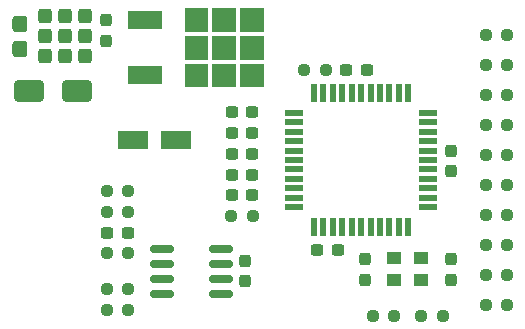
<source format=gbr>
%TF.GenerationSoftware,KiCad,Pcbnew,8.0.6*%
%TF.CreationDate,2025-03-17T21:12:52+03:00*%
%TF.ProjectId,ECU_SW_Control,4543555f-5357-45f4-936f-6e74726f6c2e,v1*%
%TF.SameCoordinates,Original*%
%TF.FileFunction,Paste,Top*%
%TF.FilePolarity,Positive*%
%FSLAX46Y46*%
G04 Gerber Fmt 4.6, Leading zero omitted, Abs format (unit mm)*
G04 Created by KiCad (PCBNEW 8.0.6) date 2025-03-17 21:12:52*
%MOMM*%
%LPD*%
G01*
G04 APERTURE LIST*
G04 Aperture macros list*
%AMRoundRect*
0 Rectangle with rounded corners*
0 $1 Rounding radius*
0 $2 $3 $4 $5 $6 $7 $8 $9 X,Y pos of 4 corners*
0 Add a 4 corners polygon primitive as box body*
4,1,4,$2,$3,$4,$5,$6,$7,$8,$9,$2,$3,0*
0 Add four circle primitives for the rounded corners*
1,1,$1+$1,$2,$3*
1,1,$1+$1,$4,$5*
1,1,$1+$1,$6,$7*
1,1,$1+$1,$8,$9*
0 Add four rect primitives between the rounded corners*
20,1,$1+$1,$2,$3,$4,$5,0*
20,1,$1+$1,$4,$5,$6,$7,0*
20,1,$1+$1,$6,$7,$8,$9,0*
20,1,$1+$1,$8,$9,$2,$3,0*%
G04 Aperture macros list end*
%ADD10C,0.100000*%
%ADD11RoundRect,0.237500X0.250000X0.237500X-0.250000X0.237500X-0.250000X-0.237500X0.250000X-0.237500X0*%
%ADD12RoundRect,0.237500X-0.237500X0.300000X-0.237500X-0.300000X0.237500X-0.300000X0.237500X0.300000X0*%
%ADD13RoundRect,0.150000X0.825000X0.150000X-0.825000X0.150000X-0.825000X-0.150000X0.825000X-0.150000X0*%
%ADD14RoundRect,0.237500X-0.250000X-0.237500X0.250000X-0.237500X0.250000X0.237500X-0.250000X0.237500X0*%
%ADD15RoundRect,0.237500X0.300000X0.237500X-0.300000X0.237500X-0.300000X-0.237500X0.300000X-0.237500X0*%
%ADD16RoundRect,0.250000X-1.050000X-0.550000X1.050000X-0.550000X1.050000X0.550000X-1.050000X0.550000X0*%
%ADD17R,3.000000X1.600000*%
%ADD18RoundRect,0.237500X-0.300000X-0.237500X0.300000X-0.237500X0.300000X0.237500X-0.300000X0.237500X0*%
%ADD19RoundRect,0.250000X-1.000000X-0.650000X1.000000X-0.650000X1.000000X0.650000X-1.000000X0.650000X0*%
%ADD20R,0.550000X1.500000*%
%ADD21R,1.500000X0.550000*%
%ADD22RoundRect,0.237500X0.237500X-0.300000X0.237500X0.300000X-0.237500X0.300000X-0.237500X-0.300000X0*%
%ADD23RoundRect,0.300000X-0.300000X0.325000X-0.300000X-0.325000X0.300000X-0.325000X0.300000X0.325000X0*%
%ADD24RoundRect,0.317500X0.317500X-0.382500X0.317500X0.382500X-0.317500X0.382500X-0.317500X-0.382500X0*%
%ADD25R,1.300000X1.050000*%
G04 APERTURE END LIST*
%TO.C,U1*%
D10*
X156938800Y-109835000D02*
X155038800Y-109835000D01*
X155038800Y-107935000D01*
X156938800Y-107935000D01*
X156938800Y-109835000D01*
G36*
X156938800Y-109835000D02*
G01*
X155038800Y-109835000D01*
X155038800Y-107935000D01*
X156938800Y-107935000D01*
X156938800Y-109835000D01*
G37*
X156938800Y-112185000D02*
X155038800Y-112185000D01*
X155038800Y-110285000D01*
X156938800Y-110285000D01*
X156938800Y-112185000D01*
G36*
X156938800Y-112185000D02*
G01*
X155038800Y-112185000D01*
X155038800Y-110285000D01*
X156938800Y-110285000D01*
X156938800Y-112185000D01*
G37*
X156938800Y-114535000D02*
X155038800Y-114535000D01*
X155038800Y-112635000D01*
X156938800Y-112635000D01*
X156938800Y-114535000D01*
G36*
X156938800Y-114535000D02*
G01*
X155038800Y-114535000D01*
X155038800Y-112635000D01*
X156938800Y-112635000D01*
X156938800Y-114535000D01*
G37*
X159288800Y-109835000D02*
X157388800Y-109835000D01*
X157388800Y-107935000D01*
X159288800Y-107935000D01*
X159288800Y-109835000D01*
G36*
X159288800Y-109835000D02*
G01*
X157388800Y-109835000D01*
X157388800Y-107935000D01*
X159288800Y-107935000D01*
X159288800Y-109835000D01*
G37*
X159288800Y-112185000D02*
X157388800Y-112185000D01*
X157388800Y-110285000D01*
X159288800Y-110285000D01*
X159288800Y-112185000D01*
G36*
X159288800Y-112185000D02*
G01*
X157388800Y-112185000D01*
X157388800Y-110285000D01*
X159288800Y-110285000D01*
X159288800Y-112185000D01*
G37*
X159288800Y-114535000D02*
X157388800Y-114535000D01*
X157388800Y-112635000D01*
X159288800Y-112635000D01*
X159288800Y-114535000D01*
G36*
X159288800Y-114535000D02*
G01*
X157388800Y-114535000D01*
X157388800Y-112635000D01*
X159288800Y-112635000D01*
X159288800Y-114535000D01*
G37*
X161638800Y-109835000D02*
X159738800Y-109835000D01*
X159738800Y-107935000D01*
X161638800Y-107935000D01*
X161638800Y-109835000D01*
G36*
X161638800Y-109835000D02*
G01*
X159738800Y-109835000D01*
X159738800Y-107935000D01*
X161638800Y-107935000D01*
X161638800Y-109835000D01*
G37*
X161638800Y-112185000D02*
X159738800Y-112185000D01*
X159738800Y-110285000D01*
X161638800Y-110285000D01*
X161638800Y-112185000D01*
G36*
X161638800Y-112185000D02*
G01*
X159738800Y-112185000D01*
X159738800Y-110285000D01*
X161638800Y-110285000D01*
X161638800Y-112185000D01*
G37*
X161638800Y-114535000D02*
X159738800Y-114535000D01*
X159738800Y-112635000D01*
X161638800Y-112635000D01*
X161638800Y-114535000D01*
G36*
X161638800Y-114535000D02*
G01*
X159738800Y-114535000D01*
X159738800Y-112635000D01*
X161638800Y-112635000D01*
X161638800Y-114535000D01*
G37*
%TD*%
D11*
%TO.C,R18*%
X150289900Y-125171200D03*
X148464900Y-125171200D03*
%TD*%
%TO.C,R9*%
X182370100Y-133070600D03*
X180545100Y-133070600D03*
%TD*%
D12*
%TO.C,C10*%
X177622200Y-119965300D03*
X177622200Y-121690300D03*
%TD*%
D11*
%TO.C,R1*%
X150280500Y-133477000D03*
X148455500Y-133477000D03*
%TD*%
D13*
%TO.C,U2*%
X158089600Y-132080000D03*
X158089600Y-130810000D03*
X158089600Y-129540000D03*
X158089600Y-128270000D03*
X153139600Y-128270000D03*
X153139600Y-129540000D03*
X153139600Y-130810000D03*
X153139600Y-132080000D03*
%TD*%
D14*
%TO.C,R16*%
X180545100Y-120370600D03*
X182370100Y-120370600D03*
%TD*%
%TO.C,R15*%
X180545100Y-130530600D03*
X182370100Y-130530600D03*
%TD*%
D15*
%TO.C,C12*%
X160784500Y-116738400D03*
X159059500Y-116738400D03*
%TD*%
D11*
%TO.C,R5*%
X172789200Y-133934200D03*
X170964200Y-133934200D03*
%TD*%
D12*
%TO.C,C5*%
X170281600Y-129160100D03*
X170281600Y-130885100D03*
%TD*%
%TO.C,C3*%
X160197800Y-129312500D03*
X160197800Y-131037500D03*
%TD*%
D14*
%TO.C,R17*%
X180545100Y-117830600D03*
X182370100Y-117830600D03*
%TD*%
D16*
%TO.C,C2*%
X150713800Y-119049800D03*
X154313800Y-119049800D03*
%TD*%
D17*
%TO.C,U1*%
X151688800Y-108935000D03*
X151688800Y-113535000D03*
%TD*%
D14*
%TO.C,R13*%
X180545100Y-115290600D03*
X182370100Y-115290600D03*
%TD*%
%TO.C,R3*%
X148455500Y-128676400D03*
X150280500Y-128676400D03*
%TD*%
D15*
%TO.C,C9*%
X160784500Y-121996200D03*
X159059500Y-121996200D03*
%TD*%
D14*
%TO.C,R12*%
X180545100Y-112750600D03*
X182370100Y-112750600D03*
%TD*%
%TO.C,R14*%
X180545100Y-125450600D03*
X182370100Y-125450600D03*
%TD*%
D11*
%TO.C,R8*%
X182370100Y-127990600D03*
X180545100Y-127990600D03*
%TD*%
D15*
%TO.C,C11*%
X167993400Y-128346200D03*
X166268400Y-128346200D03*
%TD*%
D11*
%TO.C,R6*%
X167005000Y-113106200D03*
X165180000Y-113106200D03*
%TD*%
D15*
%TO.C,C7*%
X160784500Y-118491000D03*
X159059500Y-118491000D03*
%TD*%
%TO.C,C14*%
X160784500Y-123748800D03*
X159059500Y-123748800D03*
%TD*%
D11*
%TO.C,R4*%
X176914200Y-133934200D03*
X175089200Y-133934200D03*
%TD*%
D18*
%TO.C,C4*%
X148505500Y-126923800D03*
X150230500Y-126923800D03*
%TD*%
D14*
%TO.C,R19*%
X148464900Y-123418600D03*
X150289900Y-123418600D03*
%TD*%
D11*
%TO.C,R10*%
X182370100Y-122910600D03*
X180545100Y-122910600D03*
%TD*%
D14*
%TO.C,R11*%
X180545100Y-110210600D03*
X182370100Y-110210600D03*
%TD*%
D19*
%TO.C,D1*%
X141895800Y-114935000D03*
X145895800Y-114935000D03*
%TD*%
D15*
%TO.C,C8*%
X160784500Y-120243600D03*
X159059500Y-120243600D03*
%TD*%
D20*
%TO.C,IC1*%
X173989000Y-115066600D03*
X173189000Y-115066600D03*
X172389000Y-115066600D03*
X171589000Y-115066600D03*
X170789000Y-115066600D03*
X169989000Y-115066600D03*
X169189000Y-115066600D03*
X168389000Y-115066600D03*
X167589000Y-115066600D03*
X166789000Y-115066600D03*
X165989000Y-115066600D03*
D21*
X164289000Y-116766600D03*
X164289000Y-117566600D03*
X164289000Y-118366600D03*
X164289000Y-119166600D03*
X164289000Y-119966600D03*
X164289000Y-120766600D03*
X164289000Y-121566600D03*
X164289000Y-122366600D03*
X164289000Y-123166600D03*
X164289000Y-123966600D03*
X164289000Y-124766600D03*
D20*
X165989000Y-126466600D03*
X166789000Y-126466600D03*
X167589000Y-126466600D03*
X168389000Y-126466600D03*
X169189000Y-126466600D03*
X169989000Y-126466600D03*
X170789000Y-126466600D03*
X171589000Y-126466600D03*
X172389000Y-126466600D03*
X173189000Y-126466600D03*
X173989000Y-126466600D03*
D21*
X175689000Y-124766600D03*
X175689000Y-123966600D03*
X175689000Y-123166600D03*
X175689000Y-122366600D03*
X175689000Y-121566600D03*
X175689000Y-120766600D03*
X175689000Y-119966600D03*
X175689000Y-119166600D03*
X175689000Y-118366600D03*
X175689000Y-117566600D03*
X175689000Y-116766600D03*
%TD*%
D22*
%TO.C,C6*%
X177596800Y-130885100D03*
X177596800Y-129160100D03*
%TD*%
D11*
%TO.C,R7*%
X160834500Y-125501400D03*
X159009500Y-125501400D03*
%TD*%
D23*
%TO.C,D2*%
X143223300Y-111985000D03*
X144913300Y-111985000D03*
X146573300Y-111985000D03*
X143223300Y-110285000D03*
X144913300Y-110285000D03*
X146573300Y-110285000D03*
X143223300Y-108585000D03*
X144913300Y-108585000D03*
X146573300Y-108585000D03*
D24*
X141108300Y-111325000D03*
X141108300Y-109245000D03*
%TD*%
D11*
%TO.C,R2*%
X150280500Y-131724400D03*
X148455500Y-131724400D03*
%TD*%
D25*
%TO.C,Q1*%
X172782200Y-130937000D03*
X175082200Y-130937000D03*
X175082200Y-129087000D03*
X172782200Y-129087000D03*
%TD*%
D12*
%TO.C,C1*%
X148361400Y-108935000D03*
X148361400Y-110660000D03*
%TD*%
D18*
%TO.C,C13*%
X168736900Y-113106200D03*
X170461900Y-113106200D03*
%TD*%
M02*

</source>
